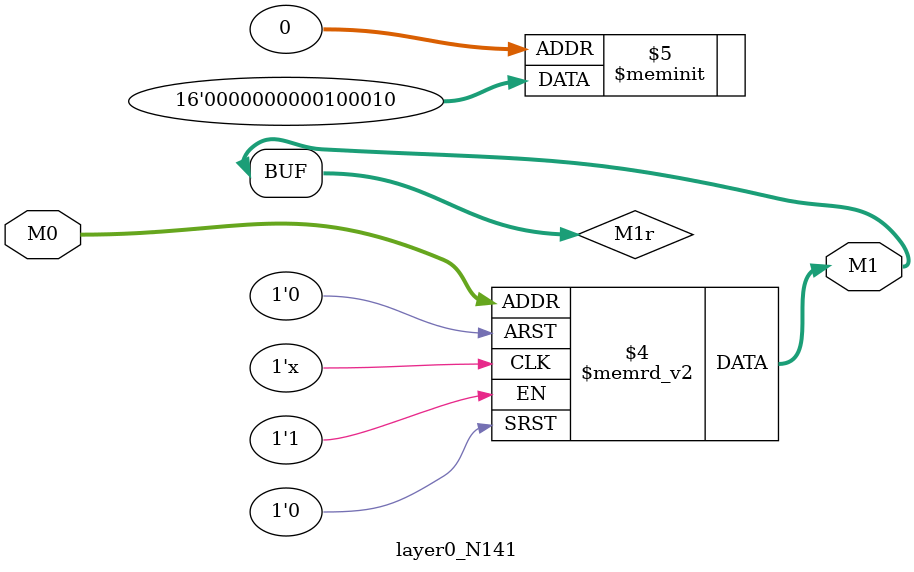
<source format=v>
module layer0_N141 ( input [2:0] M0, output [1:0] M1 );

	(*rom_style = "distributed" *) reg [1:0] M1r;
	assign M1 = M1r;
	always @ (M0) begin
		case (M0)
			3'b000: M1r = 2'b10;
			3'b100: M1r = 2'b00;
			3'b010: M1r = 2'b10;
			3'b110: M1r = 2'b00;
			3'b001: M1r = 2'b00;
			3'b101: M1r = 2'b00;
			3'b011: M1r = 2'b00;
			3'b111: M1r = 2'b00;

		endcase
	end
endmodule

</source>
